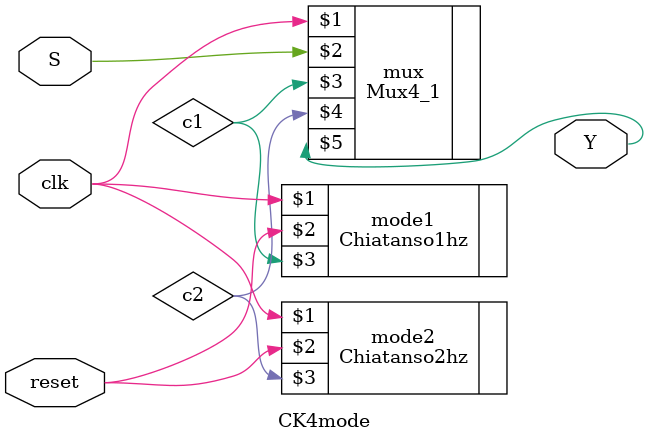
<source format=v>
`timescale 1ns / 1ps
module CK4mode(
input clk,
input reset,
input S,
output Y
    );
wire c1,c2;

Chiatanso1hz mode1 (clk, reset, c1);
Chiatanso2hz mode2 (clk, reset, c2);
//Chiatanso5hz mode3 (clk, reset, c3);
//Chiatanso10hz mode4 (clk, reset, c4);
Mux4_1 mux (clk, S, c1, c2, Y); 
endmodule
</source>
